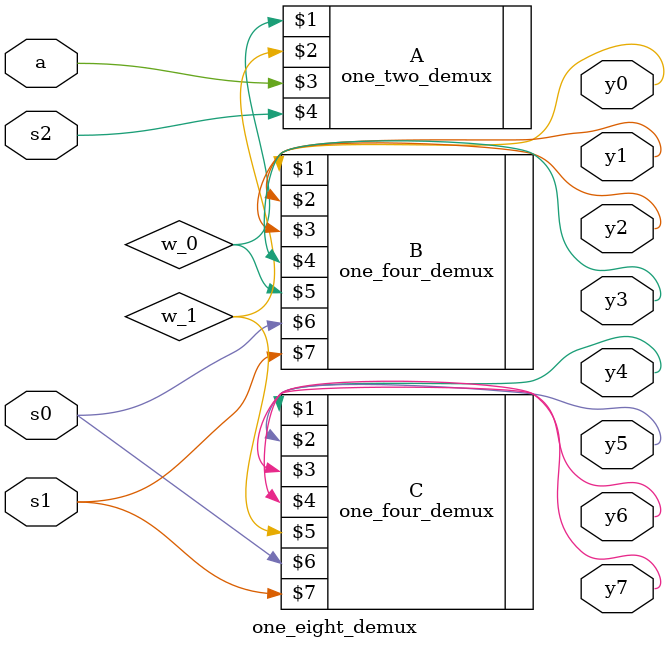
<source format=v>
`timescale 1ns / 1ps
module one_eight_demux(y0,y1,y2,y3,y4,y5,y6,y7,a,s0,s1,s2);
input a,s0,s1,s2;
output y0,y1,y2,y3,y4,y5,y6,y7;
wire w_0 , w_1;
one_two_demux A(w_0,w_1,a,s2);
one_four_demux B(y0,y1,y2,y3,w_0,s0,s1);
one_four_demux C(y4,y5,y6,y7,w_1,s0,s1);
endmodule

</source>
